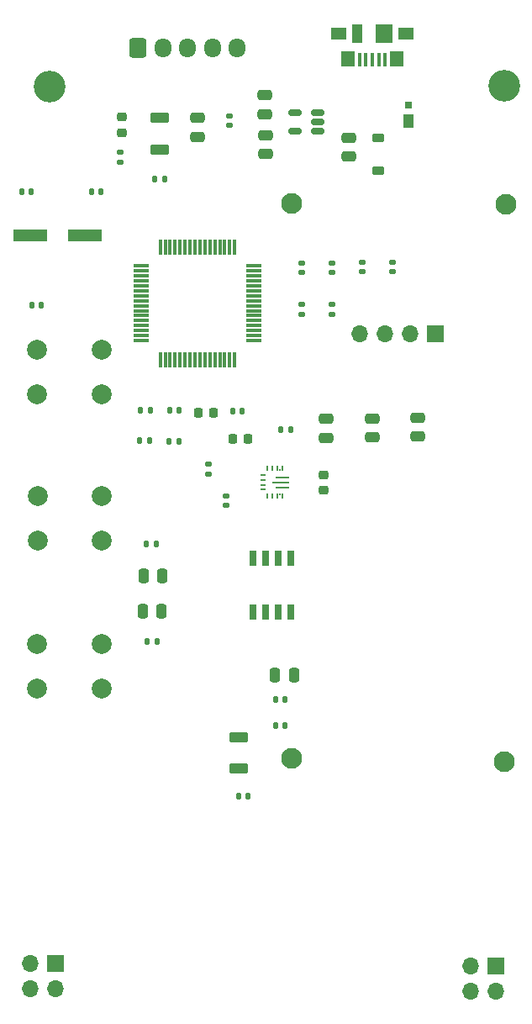
<source format=gbr>
%TF.GenerationSoftware,KiCad,Pcbnew,7.0.1*%
%TF.CreationDate,2023-05-25T09:43:19-05:00*%
%TF.ProjectId,power_supply,706f7765-725f-4737-9570-706c792e6b69,rev?*%
%TF.SameCoordinates,Original*%
%TF.FileFunction,Soldermask,Top*%
%TF.FilePolarity,Negative*%
%FSLAX46Y46*%
G04 Gerber Fmt 4.6, Leading zero omitted, Abs format (unit mm)*
G04 Created by KiCad (PCBNEW 7.0.1) date 2023-05-25 09:43:19*
%MOMM*%
%LPD*%
G01*
G04 APERTURE LIST*
G04 Aperture macros list*
%AMRoundRect*
0 Rectangle with rounded corners*
0 $1 Rounding radius*
0 $2 $3 $4 $5 $6 $7 $8 $9 X,Y pos of 4 corners*
0 Add a 4 corners polygon primitive as box body*
4,1,4,$2,$3,$4,$5,$6,$7,$8,$9,$2,$3,0*
0 Add four circle primitives for the rounded corners*
1,1,$1+$1,$2,$3*
1,1,$1+$1,$4,$5*
1,1,$1+$1,$6,$7*
1,1,$1+$1,$8,$9*
0 Add four rect primitives between the rounded corners*
20,1,$1+$1,$2,$3,$4,$5,0*
20,1,$1+$1,$4,$5,$6,$7,0*
20,1,$1+$1,$6,$7,$8,$9,0*
20,1,$1+$1,$8,$9,$2,$3,0*%
G04 Aperture macros list end*
%ADD10RoundRect,0.140000X-0.170000X0.140000X-0.170000X-0.140000X0.170000X-0.140000X0.170000X0.140000X0*%
%ADD11RoundRect,0.250000X-0.600000X-0.725000X0.600000X-0.725000X0.600000X0.725000X-0.600000X0.725000X0*%
%ADD12O,1.700000X1.950000*%
%ADD13RoundRect,0.250000X0.250000X0.475000X-0.250000X0.475000X-0.250000X-0.475000X0.250000X-0.475000X0*%
%ADD14RoundRect,0.140000X0.140000X0.170000X-0.140000X0.170000X-0.140000X-0.170000X0.140000X-0.170000X0*%
%ADD15RoundRect,0.225000X-0.225000X-0.250000X0.225000X-0.250000X0.225000X0.250000X-0.225000X0.250000X0*%
%ADD16RoundRect,0.140000X-0.140000X-0.170000X0.140000X-0.170000X0.140000X0.170000X-0.140000X0.170000X0*%
%ADD17RoundRect,0.250000X0.475000X-0.250000X0.475000X0.250000X-0.475000X0.250000X-0.475000X-0.250000X0*%
%ADD18RoundRect,0.135000X-0.185000X0.135000X-0.185000X-0.135000X0.185000X-0.135000X0.185000X0.135000X0*%
%ADD19RoundRect,0.250000X-0.475000X0.250000X-0.475000X-0.250000X0.475000X-0.250000X0.475000X0.250000X0*%
%ADD20C,2.100000*%
%ADD21C,2.000000*%
%ADD22RoundRect,0.250000X0.700000X-0.275000X0.700000X0.275000X-0.700000X0.275000X-0.700000X-0.275000X0*%
%ADD23RoundRect,0.135000X-0.135000X-0.185000X0.135000X-0.185000X0.135000X0.185000X-0.135000X0.185000X0*%
%ADD24R,0.600000X0.250000*%
%ADD25R,0.250000X0.600000*%
%ADD26R,1.350000X0.250000*%
%ADD27R,1.700000X0.250000*%
%ADD28R,0.250000X0.250000*%
%ADD29RoundRect,0.250000X-0.250000X-0.475000X0.250000X-0.475000X0.250000X0.475000X-0.250000X0.475000X0*%
%ADD30R,3.500000X1.200000*%
%ADD31RoundRect,0.140000X0.170000X-0.140000X0.170000X0.140000X-0.170000X0.140000X-0.170000X-0.140000X0*%
%ADD32R,1.700000X1.700000*%
%ADD33O,1.700000X1.700000*%
%ADD34RoundRect,0.225000X-0.375000X0.225000X-0.375000X-0.225000X0.375000X-0.225000X0.375000X0.225000X0*%
%ADD35RoundRect,0.075000X-0.700000X-0.075000X0.700000X-0.075000X0.700000X0.075000X-0.700000X0.075000X0*%
%ADD36RoundRect,0.075000X-0.075000X-0.700000X0.075000X-0.700000X0.075000X0.700000X-0.075000X0.700000X0*%
%ADD37C,3.200000*%
%ADD38R,0.450000X1.380000*%
%ADD39R,1.650000X1.300000*%
%ADD40R,1.425000X1.550000*%
%ADD41R,1.800000X1.900000*%
%ADD42R,1.000000X1.900000*%
%ADD43RoundRect,0.218750X0.256250X-0.218750X0.256250X0.218750X-0.256250X0.218750X-0.256250X-0.218750X0*%
%ADD44R,1.100000X1.450000*%
%ADD45R,0.800000X0.800000*%
%ADD46RoundRect,0.150000X0.512500X0.150000X-0.512500X0.150000X-0.512500X-0.150000X0.512500X-0.150000X0*%
%ADD47R,0.700000X1.525000*%
G04 APERTURE END LIST*
D10*
%TO.C,C5*%
X212430000Y-56320000D03*
X212430000Y-57280000D03*
%TD*%
D11*
%TO.C,J3*%
X192910000Y-34700000D03*
D12*
X195410000Y-34700000D03*
X197910000Y-34700000D03*
X200410000Y-34700000D03*
X202910000Y-34700000D03*
%TD*%
D13*
%TO.C,C18*%
X195360000Y-87850000D03*
X193460000Y-87850000D03*
%TD*%
D14*
%TO.C,C21*%
X195560000Y-47920000D03*
X194600000Y-47920000D03*
%TD*%
D15*
%TO.C,C16*%
X202415000Y-74050000D03*
X203965000Y-74050000D03*
%TD*%
D16*
%TO.C,C10*%
X202420000Y-71230000D03*
X203380000Y-71230000D03*
%TD*%
D17*
%TO.C,C19*%
X205770000Y-45380000D03*
X205770000Y-43480000D03*
%TD*%
D18*
%TO.C,R1*%
X191070000Y-45200000D03*
X191070000Y-46220000D03*
%TD*%
D10*
%TO.C,C3*%
X209370000Y-60540000D03*
X209370000Y-61500000D03*
%TD*%
D19*
%TO.C,C24*%
X198910000Y-41730000D03*
X198910000Y-43630000D03*
%TD*%
D20*
%TO.C,H1*%
X229940000Y-50410000D03*
%TD*%
D15*
%TO.C,C11*%
X198965000Y-71440000D03*
X200515000Y-71440000D03*
%TD*%
D19*
%TO.C,C34*%
X216520000Y-71980000D03*
X216520000Y-73880000D03*
%TD*%
D21*
%TO.C,RST*%
X189260000Y-69590000D03*
X182760000Y-69590000D03*
X189260000Y-65090000D03*
X182760000Y-65090000D03*
%TD*%
D22*
%TO.C,FB2*%
X203040000Y-107220000D03*
X203040000Y-104070000D03*
%TD*%
D23*
%TO.C,R2*%
X193730000Y-84660000D03*
X194750000Y-84660000D03*
%TD*%
D16*
%TO.C,C27*%
X206780000Y-100330000D03*
X207740000Y-100330000D03*
%TD*%
D21*
%TO.C,DWN*%
X189220000Y-99230000D03*
X182720000Y-99230000D03*
X189220000Y-94730000D03*
X182720000Y-94730000D03*
%TD*%
D10*
%TO.C,C9*%
X218570000Y-56280000D03*
X218570000Y-57240000D03*
%TD*%
D19*
%TO.C,C1*%
X221080000Y-71920000D03*
X221080000Y-73820000D03*
%TD*%
D23*
%TO.C,R11*%
X193120000Y-71210000D03*
X194140000Y-71210000D03*
%TD*%
%TO.C,R13*%
X207260000Y-73090000D03*
X208280000Y-73090000D03*
%TD*%
D17*
%TO.C,C20*%
X214150000Y-45610000D03*
X214150000Y-43710000D03*
%TD*%
D24*
%TO.C,IC2*%
X205534000Y-77670000D03*
X205534000Y-78170000D03*
X205534000Y-78670000D03*
X205534000Y-79170000D03*
D25*
X205960000Y-79820000D03*
X206460000Y-79820000D03*
X206960000Y-79820000D03*
X207460000Y-79820000D03*
D26*
X207460000Y-78920000D03*
D27*
X207285000Y-78420000D03*
D26*
X207460000Y-77920000D03*
D25*
X207460000Y-77020000D03*
X206960000Y-77020000D03*
X206460000Y-77020000D03*
X205960000Y-77020000D03*
D28*
X207210000Y-77195000D03*
X207210000Y-79645000D03*
%TD*%
D10*
%TO.C,C6*%
X215520000Y-56260000D03*
X215520000Y-57220000D03*
%TD*%
D16*
%TO.C,C25*%
X203020000Y-110040000D03*
X203980000Y-110040000D03*
%TD*%
D23*
%TO.C,R9*%
X193030000Y-74230000D03*
X194050000Y-74230000D03*
%TD*%
D14*
%TO.C,C14*%
X189170000Y-49170000D03*
X188210000Y-49170000D03*
%TD*%
D29*
%TO.C,C31*%
X206730000Y-97820000D03*
X208630000Y-97820000D03*
%TD*%
D30*
%TO.C,Y1*%
X182030000Y-53530000D03*
X187530000Y-53530000D03*
%TD*%
D20*
%TO.C,H3*%
X208400000Y-50350000D03*
%TD*%
D16*
%TO.C,C8*%
X196090000Y-71210000D03*
X197050000Y-71210000D03*
%TD*%
D31*
%TO.C,C2*%
X201810000Y-80770000D03*
X201810000Y-79810000D03*
%TD*%
D32*
%TO.C,J6*%
X222880000Y-63500000D03*
D33*
X220340000Y-63500000D03*
X217800000Y-63500000D03*
X215260000Y-63500000D03*
%TD*%
D34*
%TO.C,D2*%
X217110000Y-43720000D03*
X217110000Y-47020000D03*
%TD*%
D14*
%TO.C,C12*%
X183190000Y-60570000D03*
X182230000Y-60570000D03*
%TD*%
D13*
%TO.C,C23*%
X195290000Y-91430000D03*
X193390000Y-91430000D03*
%TD*%
D23*
%TO.C,R3*%
X193830000Y-94420000D03*
X194850000Y-94420000D03*
%TD*%
D22*
%TO.C,FB1*%
X195100000Y-44885000D03*
X195100000Y-41735000D03*
%TD*%
D35*
%TO.C,U1*%
X193220000Y-56640000D03*
X193220000Y-57140000D03*
X193220000Y-57640000D03*
X193220000Y-58140000D03*
X193220000Y-58640000D03*
X193220000Y-59140000D03*
X193220000Y-59640000D03*
X193220000Y-60140000D03*
X193220000Y-60640000D03*
X193220000Y-61140000D03*
X193220000Y-61640000D03*
X193220000Y-62140000D03*
X193220000Y-62640000D03*
X193220000Y-63140000D03*
X193220000Y-63640000D03*
X193220000Y-64140000D03*
D36*
X195145000Y-66065000D03*
X195645000Y-66065000D03*
X196145000Y-66065000D03*
X196645000Y-66065000D03*
X197145000Y-66065000D03*
X197645000Y-66065000D03*
X198145000Y-66065000D03*
X198645000Y-66065000D03*
X199145000Y-66065000D03*
X199645000Y-66065000D03*
X200145000Y-66065000D03*
X200645000Y-66065000D03*
X201145000Y-66065000D03*
X201645000Y-66065000D03*
X202145000Y-66065000D03*
X202645000Y-66065000D03*
D35*
X204570000Y-64140000D03*
X204570000Y-63640000D03*
X204570000Y-63140000D03*
X204570000Y-62640000D03*
X204570000Y-62140000D03*
X204570000Y-61640000D03*
X204570000Y-61140000D03*
X204570000Y-60640000D03*
X204570000Y-60140000D03*
X204570000Y-59640000D03*
X204570000Y-59140000D03*
X204570000Y-58640000D03*
X204570000Y-58140000D03*
X204570000Y-57640000D03*
X204570000Y-57140000D03*
X204570000Y-56640000D03*
D36*
X202645000Y-54715000D03*
X202145000Y-54715000D03*
X201645000Y-54715000D03*
X201145000Y-54715000D03*
X200645000Y-54715000D03*
X200145000Y-54715000D03*
X199645000Y-54715000D03*
X199145000Y-54715000D03*
X198645000Y-54715000D03*
X198145000Y-54715000D03*
X197645000Y-54715000D03*
X197145000Y-54715000D03*
X196645000Y-54715000D03*
X196145000Y-54715000D03*
X195645000Y-54715000D03*
X195145000Y-54715000D03*
%TD*%
D37*
%TO.C,H5*%
X229770000Y-38490000D03*
%TD*%
D38*
%TO.C,J2*%
X217805000Y-35900000D03*
X217155000Y-35900000D03*
X216505000Y-35900000D03*
X215855000Y-35900000D03*
X215205000Y-35900000D03*
D39*
X219880000Y-33240000D03*
D40*
X218992500Y-35815000D03*
D41*
X217655000Y-33240000D03*
D42*
X214955000Y-33240000D03*
D40*
X214017500Y-35815000D03*
D39*
X213130000Y-33240000D03*
%TD*%
D10*
%TO.C,C22*%
X202080000Y-41520000D03*
X202080000Y-42480000D03*
%TD*%
D43*
%TO.C,D3*%
X191300000Y-43195000D03*
X191300000Y-41620000D03*
%TD*%
D16*
%TO.C,C13*%
X196050000Y-74270000D03*
X197010000Y-74270000D03*
%TD*%
D43*
%TO.C,L2*%
X211600000Y-79227500D03*
X211600000Y-77652500D03*
%TD*%
D14*
%TO.C,C15*%
X182160000Y-49140000D03*
X181200000Y-49140000D03*
%TD*%
D10*
%TO.C,C4*%
X212470000Y-60520000D03*
X212470000Y-61480000D03*
%TD*%
D21*
%TO.C,UP*%
X182770000Y-79820000D03*
X189270000Y-79820000D03*
X182770000Y-84320000D03*
X189270000Y-84320000D03*
%TD*%
D10*
%TO.C,C7*%
X209380000Y-56320000D03*
X209380000Y-57280000D03*
%TD*%
D44*
%TO.C,D1*%
X220120000Y-42055000D03*
D45*
X220120000Y-40430000D03*
%TD*%
D37*
%TO.C,H6*%
X183960000Y-38570000D03*
%TD*%
D18*
%TO.C,R10*%
X200000000Y-76550000D03*
X200000000Y-77570000D03*
%TD*%
D20*
%TO.C,H4*%
X208400000Y-106250000D03*
%TD*%
D16*
%TO.C,C29*%
X206780000Y-102900000D03*
X207740000Y-102900000D03*
%TD*%
D19*
%TO.C,C35*%
X211820000Y-72040000D03*
X211820000Y-73940000D03*
%TD*%
D46*
%TO.C,U3*%
X211007500Y-43097500D03*
X211007500Y-42147500D03*
X211007500Y-41197500D03*
X208732500Y-41197500D03*
X208732500Y-43097500D03*
%TD*%
D20*
%TO.C,H2*%
X229760000Y-106520000D03*
%TD*%
D19*
%TO.C,C17*%
X205710000Y-39430000D03*
X205710000Y-41330000D03*
%TD*%
D47*
%TO.C,IC1*%
X204515000Y-91462000D03*
X205785000Y-91462000D03*
X207055000Y-91462000D03*
X208325000Y-91462000D03*
X208325000Y-86038000D03*
X207055000Y-86038000D03*
X205785000Y-86038000D03*
X204515000Y-86038000D03*
%TD*%
D32*
%TO.C,J4*%
X228950000Y-127130000D03*
D33*
X226410000Y-127130000D03*
X228950000Y-129670000D03*
X226410000Y-129670000D03*
%TD*%
D32*
%TO.C,J5*%
X184580000Y-126890000D03*
D33*
X182040000Y-126890000D03*
X184580000Y-129430000D03*
X182040000Y-129430000D03*
%TD*%
M02*

</source>
